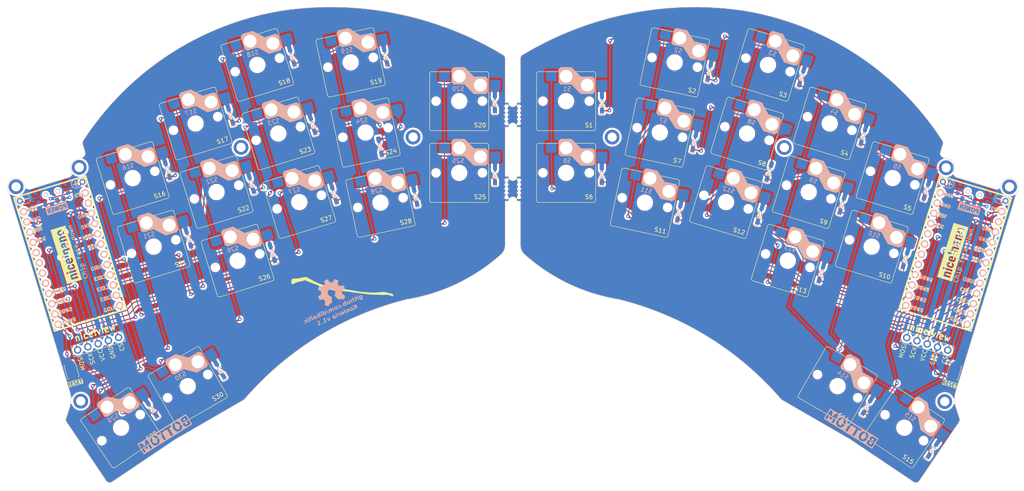
<source format=kicad_pcb>
(kicad_pcb (version 20241229) (generator "pcbnew") (generator_version "9.0")
  (title_block (title "Koeleria") (rev "v1.1"))
  (layers (0 "F.Cu" signal) (2 "B.Cu" signal) (13 "F.Paste" user) (15 "B.Paste" user) (5 "F.SilkS" user "F.Silkscreen") (7 "B.SilkS" user "B.Silkscreen") (1 "F.Mask" user) (3 "B.Mask" user) (25 "Edge.Cuts" user))
  (net 0 "")
  (net 1 "pinky_home")
  (net 2 "pinky_top")
  (net 3 "ring_bottom")
  (net 4 "ring_home")
  (net 5 "ring_top")
  (net 6 "middle_bottom")
  (net 7 "middle_home")
  (net 8 "middle_top")
  (net 9 "index_bottom")
  (net 10 "index_home")
  (net 11 "index_top")
  (net 12 "inner_bottom")
  (net 13 "inner_home")
  (net 14 "inner_thumb")
  (net 15 "space_thumb")
  (net 16 "mirror_pinky_home")
  (net 17 "mirror_pinky_top")
  (net 18 "mirror_ring_bottom")
  (net 19 "mirror_ring_home")
  (net 20 "mirror_ring_top")
  (net 21 "mirror_middle_bottom")
  (net 22 "mirror_middle_home")
  (net 23 "mirror_middle_top")
  (net 24 "mirror_index_bottom")
  (net 25 "mirror_index_home")
  (net 26 "mirror_index_top")
  (net 27 "mirror_inner_bottom")
  (net 28 "mirror_inner_home")
  (net 29 "mirror_inner_thumb")
  (net 30 "mirror_space_thumb")
  (footprint "KiCad Footprints:ducky_Hotswap_Kailh_Choc_V1_tweaked" (layer "F.Cu") (at 135.726586 151.490974 17.01)
    (property "Reference" "S26")
    (property "Value" "")
  )
  (footprint "KiCad Footprints:ducky_Hotswap_Kailh_Choc_V1_tweaked" (layer "F.Cu") (at 145.383056 121.348971 17)
    (property "Reference" "S23")
    (property "Value" "")
  )
  (footprint "" (layer "F.Cu") (at 303.37 184.89)
    (property "Reference" "")
    (property "Value" "")
  )
  (footprint "KiCad Footprints:ducky_Hotswap_Kailh_Choc_V1_tweaked" (layer "F.Cu") (at 140.412737 105.09179 17)
    (property "Reference" "S18")
    (property "Value" "")
  )
  (footprint "kibuzzard-6365884B" (layer "F.Cu") (at 305.29 149.48 73.02)
    (property "Reference" "kibuzzard-6365884B" (hide yes))
    (property "Value" "G***" (hide yes))
  )
  (footprint "KiCad Footprints:ducky_Hotswap_Kailh_Choc_V1_tweaked" (layer "F.Cu") (at 271.132034 135.23466 -17.01)
    (property "Reference" "S9")
    (property "Value" "")
  )
  (footprint "LOGO" (layer "F.Cu") (at 157.532829 158.394071 135)
    (property "Reference" "G***" (hide yes))
    (property "Value" "LOGO" (hide yes))
  )
  (footprint "KiCad Footprints:ducky_Hotswap_Kailh_Choc_V1_tweaked" (layer "F.Cu") (at 213.612412 113.675674)
    (property "Reference" "S1")
    (property "Value" "")
  )
  (footprint "KiCad Footprints:ducky_Hotswap_Kailh_Choc_V1_tweaked" (layer "F.Cu") (at 125.780273 118.978347 17.01)
    (property "Reference" "S17")
    (property "Value" "")
  )
  (footprint "KiCad Footprints:ducky_Hotswap_Kailh_Choc_V1_tweaked" (layer "F.Cu") (at 256.502407 121.348971 -17)
    (property "Reference" "S8")
    (property "Value" "")
  )
  (footprint "KiCad Footprints:ducky_nice_view" (layer "F.Cu") (at 97.858715 155.412748 16.98)
    (property "Reference" "DISP1" (hide yes))
    (property "Value" "" (hide yes))
  )
  (footprint "KiCad Footprints:ducky_Hotswap_Kailh_Choc_V1_tweaked" (layer "F.Cu") (at 166.064019 121.115042 12)
    (property "Reference" "S24")
    (property "Value" "")
  )
  (footprint "KiCad Footprints:ducky_Hotswap_Kailh_Choc_V1_tweaked" (layer "F.Cu") (at 115.836525 148.165782 17.02)
    (property "Reference" "S21")
    (property "Value" "")
  )
  (footprint "kibuzzard-636588C8" (layer "F.Cu") (at 97.922412 149.415674 106.98)
    (property "Reference" "kibuzzard-636588C8" (hide yes))
    (property "Value" "G***" (hide yes))
  )
  (footprint "KiCad Footprints:ducky_Hotswap_Kailh_Choc_V1_tweaked" (layer "F.Cu") (at 293.779517 191.088035 -34.01)
    (property "Reference" "S15")
    (property "Value" "")
  )
  (footprint "KiCad Footprints:ducky_Hotswap_Kailh_Choc_V1_tweaked" (layer "F.Cu") (at 169.598518 137.743551 12)
    (property "Reference" "S28")
    (property "Value" "")
  )
  (footprint "" (layer "F.Cu") (at 318.721957 134.005621)
    (property "Reference" "")
    (property "Value" "")
  )
  (footprint "KiCad Footprints:ducky_Hotswap_Kailh_Choc_V1_tweaked" (layer "F.Cu") (at 110.860531 131.910337 17.02)
    (property "Reference" "S16")
    (property "Value" "")
  )
  (footprint "" (layer "F.Cu") (at 98.19 129.37)
    (property "Reference" "")
    (property "Value" "")
  )
  (footprint "Button_Switch_SMD:SW_SPST_B3U-1000P" (layer "F.Cu") (at 305.56 177.79 73)
    (property "Reference" "RESET")
    (property "Value" "SW_SPST_B3U-1000P" (hide yes))
  )
  (footprint "KiCad Footprints:ducky_Hotswap_Kailh_Choc_V1_tweaked" (layer "F.Cu") (at 213.612412 130.675674)
    (property "Reference" "S6")
    (property "Value" "")
  )
  (footprint "urchin-footprints:mouse-bite-5mm-slot-with-space-for-track" (layer "F.Cu") (at 200.95 116.93)
    (property "Reference" "mouse-bite-2mm-slot" (hide yes))
    (property "Value" "VAL**" (hide yes))
  )
  (footprint "KiCad Footprints:ducky_Hotswap_Kailh_Choc_V1_tweaked" (layer "F.Cu") (at 235.821444 121.115042 -12)
    (property "Reference" "S7")
    (property "Value" "")
  )
  (footprint "" (layer "F.Cu") (at 224.53 122.21)
    (property "Reference" "")
    (property "Value" "")
  )
  (footprint "KiCad Footprints:ducky_1pin_Battery" (layer "F.Cu") (at 84.110057 137.337642 17)
    (property "Reference" "Bat+0" (hide yes))
    (property "Value" "MountingHole_Pad" (hide yes))
  )
  (footprint "" (layer "F.Cu") (at 265.34 124.67)
    (property "Reference" "")
    (property "Value" "")
  )
  (footprint "KiCad Footprints:ducky_Hotswap_Kailh_Choc_V1_tweaked" (layer "F.Cu") (at 251.532088 137.606152 -17)
    (property "Reference" "S12")
    (property "Value" "")
  )
  (footprint "kibuzzard-636588C8" (layer "F.Cu") (at 307.876908 150.308221 73.02)
    (property "Reference" "kibuzzard-636588C8" (hide yes))
    (property "Value" "G***" (hide yes))
  )
  (footprint "" (layer "F.Cu") (at 83.22 133.97)
    (property "Reference" "")
    (property "Value" "")
  )
  (footprint "KiCad Footprints:ducky_Hotswap_Kailh_Choc_V1_tweaked" (layer "F.Cu") (at 261.472726 105.09179 -17)
    (property "Reference" "S3")
    (property "Value" "")
  )
  (footprint "KiCad Footprints:ducky_Hotswap_Kailh_Choc_V1_tweaked" (layer "F.Cu") (at 188.273051 130.675674)
    (property "Reference" "S25")
    (property "Value" "")
  )
  (footprint "KiCad Footprints:ducky_1pin_Battery" (layer "F.Cu") (at 98.954219 132.800256 -163)
    (property "Reference" "Bat+0" (hide yes))
    (property "Value" "MountingHole_Pad" (hide yes))
  )
  (footprint "KiCad Footprints:ducky_Hotswap_Kailh_Choc_V1_tweaked" (layer "F.Cu") (at 123.914977 181.248089 30.01)
    (property "Reference" "S30")
    (property "Value" "")
  )
  (footprint "" (layer "F.Cu") (at 303.71 129.47)
    (property "Reference" "")
    (property "Value" "")
  )
  (footprint "LOGO" (layer "F.Cu") (at 157.450047 158.444568 135)
    (property "Reference" "G***" (hide yes))
    (property "Value" "LOGO" (hide yes))
  )
  (footprint "KiCad Footprints:ducky_Hotswap_Kailh_Choc_V1_tweaked" (layer "F.Cu") (at 162.52952 104.486532 12)
    (property "Reference" "S19")
    (property "Value" "")
  )
  (footprint "KiCad Footprints:ducky_1pin_Battery" (layer "F.Cu") (at 302.94292 132.786307 -17)
    (property "Reference" "Bat+0" (hide yes))
    (property "Value" "MountingHole_Pad" (hide yes))
  )
  (footprint "KiCad Footprints:ducky_Hotswap_Kailh_Choc_V1_tweaked" (layer "F.Cu") (at 188.273051 113.675674)
    (property "Reference" "S20")
    (property "Value" "")
  )
  (footprint "KiCad Footprints:ducky_Hotswap_Kailh_Choc_V1_tweaked" (layer "F.Cu") (at 130.753429 135.23466 17.01)
    (property "Reference" "S22")
    (property "Value" "")
  )
  (footprint "KiCad Footprints:ducky_1pin_Battery" (layer "F.Cu") (at 317.78708 137.313693 163)
    (property "Reference" "Bat+0" (hide yes))
    (property "Value" "MountingHole_Pad" (hide yes))
  )
  (footprint "KiCad Footprints:ducky_Hotswap_Kailh_Choc_V1_tweaked" (layer "F.Cu") (at 108.105946 191.088035 34.01)
    (property "Reference" "S29")
    (property "Value" "")
  )
  (footprint "kibuzzard-6365884B" (layer "F.Cu") (at 95.097138 150.113949 106.98)
    (property "Reference" "kibuzzard-6365884B" (hide yes))
    (property "Value" "G***" (hide yes))
  )
  (footprint "KiCad Footprints:ducky_Hotswap_Kailh_Choc_V1_tweaked" (layer "F.Cu") (at 150.353375 137.606152 17)
    (property "Reference" "S27")
    (property "Value" "")
  )
  (footprint "KiCad Footprints:ducky_Hotswap_Kailh_Choc_V1_tweaked" (layer "F.Cu") (at 276.10519 118.978347 -17.01)
    (property "Reference" "S4")
    (property "Value" "")
  )
  (footprint "KiCad Footprints:ducky_Hotswap_Kailh_Choc_V1_tweaked" (layer "F.Cu") (at 291.024932 131.910337 -17.02)
    (property "Reference" "S5")
    (property "Value" "")
  )
  (footprint "KiCad Footprints:ducky_Hotswap_Kailh_Choc_V1_tweaked" (layer "F.Cu") (at 232.286946 137.743551 -12)
    (property "Reference" "S11")
    (property "Value" "")
  )
  (footprint "Button_Switch_SMD:SW_SPST_B3U-1000P" (layer "F.Cu") (at 96.38 177.65 106)
    (property "Reference" "RESET")
    (property "Value" "SW_SPST_B3U-1000P" (hide yes))
  )
  (footprint "KiCad Footprints:ducky_Hotswap_Kailh_Choc_V1_tweaked" (layer "F.Cu") (at 286.048938 148.165782 -17.02)
    (property "Reference" "S10")
    (property "Value" "")
  )
  (footprint "KiCad Footprints:ducky_Hotswap_Kailh_Choc_V1_tweaked" (layer "F.Cu") (at 277.970487 181.248089 -30.01)
    (property "Reference" "S14")
    (property "Value" "")
  )
  (footprint "KiCad Footprints:ducky_Hotswap_Kailh_Choc_V1_tweaked" (layer "F.Cu") (at 239.355943 104.486532 -12)
    (property "Reference" "S2")
    (property "Value" "")
  )
  (footprint "KiCad Footprints:ducky_nice_view" (layer "F.Cu") (at 304.03104 155.470038 -16.98)
    (property "Reference" "DISP1" (hide yes))
    (property "Value" "" (hide yes))
  )
  (footprint "KiCad Footprints:ducky_Hotswap_Kailh_Choc_V1_tweaked" (layer "F.Cu") (at 266.158877 151.490974 -17.01)
    (property "Reference" "S13")
    (property "Value" "")
  )
  (footprint "" (layer "F.Cu") (at 136.55 124.63)
    (property "Reference" "")
    (property "Value" "")
  )
  (footprint "" (layer "F.Cu") (at 98.55 184.8)
    (property "Reference" "")
    (property "Value" "")
  )
  (footprint "urchin-footprints:mouse-bite-5mm-slot-with-space-for-track" (layer "F.Cu") (at 200.97 134.45)
    (property "Reference" "mouse-bite-2mm-slot" (hide yes))
    (property "Value" "VAL**" (hide yes))
  )
  (footprint "" (layer "F.Cu") (at 177.34 122.19)
    (property "Reference" "")
    (property "Value" "")
  )
  (footprint "KiCad Footprints:ducky_diode" (layer "B.Cu") (at 279.15 138.12 72.99)
    (property "Reference" "D7" (hide yes))
    (property "Value" "" (hide yes))
  )
  (footprint "KiCad Footprints:ducky_diode" (layer "B.Cu") (at 148.655984 102.959342 107)
    (property "Reference" "D17" (hide yes))
    (property "Value" "" (hide yes))
  )
  (footprint "urchin-footprints:smt-slider-switch" (layer "B.Cu") (at 91.707138 135.459382 -162.75)
    (property "Reference" "SW_POWER1" (hide yes))
    (property "Value" "SW_SPDT" (hide yes))
  )
  (footprint "urchin-footprints:smt-slider-switch" (layer "B.Cu") (at 310.25 135.49 163.25)
    (property "Reference" "SW_POWER1" (hide yes))
    (property "Value" "SW_SPDT" (hide yes))
  )
  (footprint "KiCad Footprints:ducky_diode" (layer "B.Cu") (at 139.05 133.14 107.01)
    (property "Reference" "D22" (hide yes))
    (property "Value" "" (hide yes))
  )
  (footprint "KiCad Footprints:ducky_diode" (layer "B.Cu") (at 274.19 154.38 72.99)
    (property "Reference" "D12" (hide yes))
    (property "Value" "" (hide yes))
  )
  (footprint "KiCad Footprints:ducky_diode" (layer "B.Cu") (at 269.54 107.9 73)
    (property "Reference" "D2" (hide yes))
    (property "Value" "" (hide yes))
  )
  (footprint "KiCad Footprints:ducky_diode" (layer "B.Cu") (at 170.87 102.89 102)
    (property "Reference" "D16" (hide yes))
    (property "Value" "" (hide yes))
  )
  (footprint "KiCad Footprints:ducky_diode" (layer "B.Cu") (at 196.8 113.95 90)
    (property "Reference" "D19" (hide yes))
    (property "Value" "" (hide yes))
  )
  (footprint "KiCad Footprints:ducky_diode" (layer "B.Cu") (at 124.135902 146.069297 107.02)
    (property "Reference" "D28" (hide yes))
    (property "Value" "" (hide yes))
  )
  (footprint "KiCad Footprints:duckey diode" (layer "B.Cu") (at 222.19 114.05 90)
    (property "Reference" "D4" (hide yes))
    (property "Value" "" (hide yes))
  )
  (footprint "KiCad Footprints:ducky_diode" (layer "B.Cu") (at 115.43 186.57 124.01)
    (property "Reference" "D30" (hide yes))
    (property "Value" "" (hide yes))
  )
  (footprint "KiCad Footprints:ducky_diode" (layer "B.Cu") (at 119.145902 129.849297 107.02)
    (property "Reference" "D23" (hide yes))
    (property "Value" "" (hide yes))
  )
  (footprint "KiCad Footprints:ducky_diode" (layer "B.Cu") (at 300.66 196.26 55.99)
    (property "Reference" "D15" (hide yes))
    (property "Value" "" (hide yes))
  )
  (footprint "kibuzzard-6365951E" (layer "B.Cu") (at 92.877138 139.133949 -163.02)
    (property "Reference" "kibuzzard-6365951E" (hide yes))
    (property "Value" "G***" (hide yes))
  )
  (footprint "KiCad Footprints:ducky_diode" (layer "B.Cu") (at 177.96 136.2 102)
    (property "Reference" "D25" (hide yes))
    (property "Value" "" (hide yes))
  )
  (footprint "KiCad Footprints:ducky_nice_nano" (layer "B.Cu") (at 305.502412 150.975674 -106.98)
    (property "Reference" "U2" (hide yes))
    (property "Value" "nice_nano" (hide yes))
  )
  (footprint "KiCad Footprints:ducky_diode" (layer "B.Cu") (at 222.15 130.99 90)
    (property "Reference" "D9" (hide yes))
    (property "Value" "" (hide yes))
  )
  (footprint "KiCad Footprints:ducky_diode" (layer "B.Cu") (at 153.56 119.17 107)
    (property "Reference" "D21" (hide yes))
    (property "Value" "" (hide yes))
  )
  (footprint "Symbol:OSHW-Symbol_6.7x6mm_SilkScreen" (layer "B.Cu") (at 157.884089 158.797302 -156)
    (property "Reference" "REF**" (hide yes))
    (property "Value" "OSHW-Symbol_6.7x6mm_SilkScreen" (hide yes))
  )
  (footprint "KiCad Footprints:ducky_nice_nano" (layer "B.Cu") (at 96.394727 150.999623 -73.02)
    (property "Reference" "U2" (hide yes))
    (property "Value" "nice_nano" (hide yes))
  )
  (footprint "KiCad Footprints:ducky_diode" (layer "B.Cu") (at 247.64 106.6 78)
    (property "Reference" "D1" (hide yes))
    (property "Value" "" (hide yes))
  )
  (footprint "KiCad Footprints:ducky_diode" (layer "B.Cu") (at 259.64 140.51 73)
    (property "Reference" "D11" (hide yes))
    (property "Value" "" (hide yes))
  )
  (footprint "KiCad Footprints:ducky_diode" (layer "B.Cu") (at 144.015943 149.53 107.01)
    (property "Reference" "D27" (hide yes))
    (property "Value" "" (hide yes))
  )
  (footprint "KiCad Footprints:ducky_diode" (layer "B.Cu") (at 196.83 131.03 90)
    (property "Reference" "D24" (hide yes))
    (property "Value" "" (hide yes))
  )
  (footprint "KiCad Footprints:ducky_diode" (layer "B.Cu") (at 158.67 135.6 107)
    (property "Reference" "D26" (hide yes))
    (property "Value" "" (hide yes))
  )
  (footprint "kibuzzard-6365951E" (layer "B.Cu") (at 309.13 139.19 163.02)
    (property "Reference" "kibuzzard-6365951E" (hide yes))
    (property "Value" "G***" (hide yes))
  )
  (footprint "KiCad Footprints:ducky_diode" (layer "B.Cu") (at 294.13 151.06 72.98)
    (property "Reference" "D13" (hide yes))
    (property "Value" "" (hide yes))
  )
  (footprint "KiCad Footprints:ducky_diode" (layer "B.Cu") (at 244.1 123.28 78)
    (property "Reference" "D5" (hide yes))
    (property "Value" "" (hide yes))
  )
  (footprint "KiCad Footprints:ducky_diode" (layer "B.Cu") (at 261.85 130.33 73)
    (property "Reference" "D6" (hide yes))
    (property "Value" "" (hide yes))
  )
  (footprint "KiCad Footprints:duckey diode" (layer "B.Cu") (at 134.12 116.97 107.01)
    (property "Reference" "D18" (hide yes))
    (property "Value" "" (hide yes))
  )
  (footprint "KiCad Footprints:ducky_diode" (layer "B.Cu") (at 299.13 134.77 72.98)
    (property "Reference" "D8" (hide yes))
    (property "Value" "" (hide yes))
  )
  (footprint "KiCad Footprints:ducky_diode" (layer "B.Cu") (at 284.15 121.82 72.99)
    (property "Reference" "D3" (hide yes))
    (property "Value" "" (hide yes))
  )
  (footprint "KiCad Footprints:ducky_diode" (layer "B.Cu") (at 240.47 139.93 78)
    (property "Reference" "D10" (hide yes))
    (property "Value" "" (hide yes))
  )
  (footprint "KiCad Footprints:ducky_diode" (layer "B.Cu") (at 131.54 177.26 120.01)
    (property "Reference" "D29" (hide yes))
    (property "Value" "" (hide yes))
  )
  (footprint "KiCad Footprints:ducky_diode" (layer "B.Cu") (at 285.09 185.95 59.99)
    (property "Reference" "D14" (hide yes))
    (property "Value" "" (hide yes))
  )
  (footprint "KiCad Footprints:ducky_diode" (layer "B.Cu") (at 169.53802 124.351914 102)
    (property "Reference" "D20" (hide yes))
    (property "Value" "" (hide yes))
  )
  (gr_arc (start 265.064697 184.684986) (mid 264.568074 184.325866) (end 264.154812 183.873302) (stroke (width 0.1)) (layer "Edge.Cuts"))
  (gr_line (start 199.970209 137.366695) (end 199.161129 137.366695) (stroke (width 0.1)) (layer "Edge.Cuts"))
  (gr_line (start 320.662636 134.469583) (end 306.005147 182.471987) (stroke (width 0.1)) (layer "Edge.Cuts"))
  (gr_arc (start 203.265263 102.710556) (mid 228.707419 92.872254) (end 255.978445 92.250398) (stroke (width 0.1)) (layer "Edge.Cuts"))
  (gr_line (start 95.197088 189.762256) (end 104.585044 203.675233) (stroke (width 0.1)) (layer "Edge.Cuts"))
  (gr_arc (start 226.088148 160.684085) (mid 214.17295 156.954363) (end 203.781131 150.033896) (stroke (width 0.1)) (layer "Edge.Cuts"))
  (gr_arc (start 96.288057 129.925877) (mid 96.436322 128.404089) (end 97.616723 127.432247) (stroke (width 0.1)) (layer "Edge.Cuts"))
  (gr_arc (start 304.325216 127.432247) (mid 305.505575 128.404094) (end 305.653881 129.925877) (stroke (width 0.1)) (layer "Edge.Cuts"))
  (gr_line (start 202.780809 103.567848) (end 202.780809 113.998695) (stroke (width 0.1)) (layer "Edge.Cuts"))
  (gr_line (start 306.74485 189.762256) (end 297.356895 203.675233) (stroke (width 0.1)) (layer "Edge.Cuts"))
  (gr_line (start 316.824806 133.350627) (end 316.659305 133.892631) (stroke (width 0.1)) (layer "Edge.Cuts"))
  (gr_arc (start 145.963493 92.250398) (mid 173.234519 92.872252) (end 198.676675 102.710556) (stroke (width 0.1)) (layer "Edge.Cuts"))
  (gr_arc (start 95.936791 182.471987) (mid 96.213504 184.362865) (end 95.91511 186.250443) (stroke (width 0.1)) (layer "Edge.Cuts"))
  (gr_arc (start 306.026829 186.250443) (mid 305.728438 184.362866) (end 306.005147 182.471987) (stroke (width 0.1)) (layer "Edge.Cuts"))
  (gr_arc (start 199.161129 147.797543) (mid 198.899656 149.022486) (end 198.160807 150.033896) (stroke (width 0.1)) (layer "Edge.Cuts"))
  (gr_arc (start 203.781131 150.033896) (mid 203.042285 149.022484) (end 202.780809 147.797543) (stroke (width 0.1)) (layer "Edge.Cuts"))
  (gr_line (start 281.015344 193.89781) (end 265.064697 184.684986) (stroke (width 0.1)) (layer "Edge.Cuts"))
  (gr_line (start 199.161129 119.840695) (end 199.161129 131.524695) (stroke (width 0.1)) (layer "Edge.Cuts"))
  (gr_arc (start 99.586184 125.783138) (mid 99.512853 126.545406) (end 98.922081 127.032661) (stroke (width 0.1)) (layer "Edge.Cuts"))
  (gr_arc (start 297.356895 203.675233) (mid 296.718103 204.09788) (end 295.967562 203.94504) (stroke (width 0.1)) (layer "Edge.Cuts"))
  (gr_line (start 199.161129 137.366695) (end 199.161129 147.797543) (stroke (width 0.1)) (layer "Edge.Cuts"))
  (gr_line (start 99.586184 125.783138) (end 99.005685 123.884409) (stroke (width 0.1)) (layer "Edge.Cuts"))
  (gr_arc (start 198.676675 102.710556) (mid 199.031649 103.075491) (end 199.161129 103.567848) (stroke (width 0.1)) (layer "Edge.Cuts"))
  (gr_line (start 199.161129 103.567848) (end 199.161129 113.998695) (stroke (width 0.1)) (layer "Edge.Cuts"))
  (gr_arc (start 199.970209 119.840695) (mid 200.970969 118.839935) (end 201.971729 119.840695) (stroke (width 0.1)) (layer "Edge.Cuts"))
  (gr_line (start 97.616723 127.432247) (end 98.922081 127.032661) (stroke (width 0.1)) (layer "Edge.Cuts"))
  (gr_arc (start 96.457116 130.481601) (mid 96.382889 131.243462) (end 95.791939 131.73) (stroke (width 0.1)) (layer "Edge.Cuts"))
  (gr_arc (start 255.978445 92.250398) (mid 282.637871 102.722901) (end 302.819306 123.047959) (stroke (width 0.1)) (layer "Edge.Cuts"))
  (gr_line (start 199.970281 113.998695) (end 199.161129 113.998695) (stroke (width 0.1)) (layer "Edge.Cuts"))
  (gr_arc (start 105.974376 203.94504) (mid 105.223831 204.097877) (end 104.585044 203.675233) (stroke (width 0.1)) (layer "Edge.Cuts"))
  (gr_line (start 304.325216 127.432247) (end 303.019858 127.032661) (stroke (width 0.1)) (layer "Edge.Cuts"))
  (gr_line (start 95.791939 131.73) (end 86.532026 134.557504) (stroke (width 0.1)) (layer "Edge.Cuts"))
  (gr_arc (start 306.868997 188.899268) (mid 306.905823 189.344984) (end 306.74485 189.762256) (stroke (width 0.1)) (layer "Edge.Cuts"))
  (gr_line (start 202.780809 119.840695) (end 202.780809 131.524695) (stroke (width 0.1)) (layer "Edge.Cuts"))
  (gr_line (start 306.15 131.73) (end 315.409912 134.557504) (stroke (width 0.1)) (layer "Edge.Cuts"))
  (gr_line (start 199.970209 131.524695) (end 199.161129 131.524695) (stroke (width 0.1)) (layer "Edge.Cuts"))
  (gr_arc (start 303.019858 127.032661) (mid 302.429103 126.545403) (end 302.355754 125.783138) (stroke (width 0.1)) (layer "Edge.Cuts"))
  (gr_arc (start 99.005685 123.884409) (mid 98.971596 123.453243) (end 99.122632 123.047959) (stroke (width 0.1)) (layer "Edge.Cuts"))
  (gr_line (start 295.967562 203.94504) (end 281.015344 193.89781) (stroke (width 0.1)) (layer "Edge.Cuts"))
  (gr_arc (start 99.122632 123.047959) (mid 119.304069 102.722903) (end 145.963493 92.250398) (stroke (width 0.1)) (layer "Edge.Cuts"))
  (gr_line (start 199.970209 119.840695) (end 199.161129 119.840695) (stroke (width 0.1)) (layer "Edge.Cuts"))
  (gr_line (start 302.355754 125.783138) (end 302.936254 123.884409) (stroke (width 0.1)) (layer "Edge.Cuts"))
  (gr_arc (start 137.787127 183.873302) (mid 155.040089 169.356095) (end 175.853791 160.684085) (stroke (width 0.1)) (layer "Edge.Cuts"))
  (gr_line (start 306.868997 188.899268) (end 306.026829 186.250443) (stroke (width 0.1)) (layer "Edge.Cuts"))
  (gr_arc (start 302.819306 123.047959) (mid 302.970351 123.453244) (end 302.936254 123.884409) (stroke (width 0.1)) (layer "Edge.Cuts"))
  (gr_line (start 81.309511 134.568512) (end 95.936791 182.471987) (stroke (width 0.1)) (layer "Edge.Cuts"))
  (gr_arc (start 81.309511 134.568512) (mid 82.598324 132.031497) (end 85.118075 133.353713) (stroke (width 0.1)) (layer "Edge.Cuts"))
  (gr_line (start 202.780809 137.366695) (end 201.971729 137.366695) (stroke (width 0.1)) (layer "Edge.Cuts"))
  (gr_line (start 85.117133 133.350627) (end 85.282633 133.892631) (stroke (width 0.1)) (layer "Edge.Cuts"))
  (gr_arc (start 95.197088 189.762256) (mid 95.036095 189.344992) (end 95.072941 188.899268) (stroke (width 0.1)) (layer "Edge.Cuts"))
  (gr_arc (start 198.160807 150.033896) (mid 187.768988 156.954363) (end 175.853791 160.684085) (stroke (width 0.1)) (layer "Edge.Cuts"))
  (gr_line (start 96.288057 129.925877) (end 96.457116 130.481601) (stroke (width 0.1)) (layer "Edge.Cuts"))
  (gr_arc (start 199.970209 137.366695) (mid 200.970969 136.365935) (end 201.971729 137.366695) (stroke (width 0.1)) (layer "Edge.Cuts"))
  (gr_arc (start 137.787127 183.873302) (mid 137.373856 184.325858) (end 136.877241 184.684986) (stroke (width 0.1)) (layer "Edge.Cuts"))
  (gr_line (start 202.780809 119.840695) (end 201.971729 119.840695) (stroke (width 0.1)) (layer "Edge.Cuts"))
  (gr_arc (start 86.532026 134.557504) (mid 85.76963 134.483825) (end 85.282633 133.892631) (stroke (width 0.1)) (layer "Edge.Cuts"))
  (gr_line (start 95.072941 188.899268) (end 95.91511 186.250443) (stroke (width 0.1)) (layer "Edge.Cuts"))
  (gr_line (start 202.780809 131.524695) (end 201.971729 131.524695) (stroke (width 0.1)) (layer "Edge.Cuts"))
  (gr_arc (start 201.971729 131.524695) (mid 200.970969 132.525455) (end 199.970209 131.524695) (stroke (width 0.1)) (layer "Edge.Cuts"))
  (gr_arc (start 316.659305 133.892631) (mid 316.172304 134.483792) (end 315.409912 134.557504) (stroke (width 0.1)) (layer "Edge.Cuts"))
  (gr_arc (start 306.15 131.73) (mid 305.559063 131.243455) (end 305.484823 130.481601) (stroke (width 0.1)) (layer "Edge.Cuts"))
  (gr_line (start 202.780809 113.998695) (end 201.971729 113.998695) (stroke (width 0.1)) (layer "Edge.Cuts"))
  (gr_arc (start 316.823863 133.353713) (mid 319.343655 132.031464) (end 320.662636 134.469583) (stroke (width 0.1)) (layer "Edge.Cuts"))
  (gr_arc (start 202.780809 103.567848) (mid 202.910296 103.07549) (end 203.265263 102.710556) (stroke (width 0.1)) (layer "Edge.Cuts"))
  (gr_arc (start 201.971729 113.998695) (mid 200.970969 114.999455) (end 199.970281 113.998695) (stroke (width 0.1)) (layer "Edge.Cuts"))
  (gr_line (start 202.780809 137.366695) (end 202.780809 147.797543) (stroke (width 0.1)) (layer "Edge.Cuts"))
  (gr_line (start 105.974376 203.94504) (end 120.926594 193.89781) (stroke (width 0.1)) (layer "Edge.Cuts"))
  (gr_line (start 120.926594 193.89781) (end 136.877241 184.684986) (stroke (width 0.1)) (layer "Edge.Cuts"))
  (gr_line (start 305.653881 129.925877) (end 305.484823 130.481601) (stroke (width 0.1)) (layer "Edge.Cuts"))
  (gr_arc (start 226.088148 160.684085) (mid 246.90185 169.356096) (end 264.154812 183.873302) (stroke (width 0.1)) (layer "Edge.Cuts"))
  (gr_text "nice!view" (at 101.917138 168.523949 16.98) (layer "F.SilkS") (effects (font (size 1.5 1.5) (thickness 0.3))))
  (gr_text "ROW3" (at 294.9 162.86 343.019) (layer "F.SilkS") (effects (font (size 0.8 0.8) (thickness 0.15) (bold yes)) (justify left bottom)))
  (gr_text "COL4" (at 104.037138 163.833949 16.981) (layer "F.SilkS") (effects (font (size 0.8 0.8) (thickness 0.15) (bold yes)) (justify left bottom)))
  (gr_text "COL2" (at 102.447138 158.983949 16.981) (layer "F.SilkS") (effects (font (size 0.8 0.8) (thickness 0.15) (bold yes)) (justify left bottom)))
  (gr_text "ROW3" (at 94.277138 166.753949 16.981) (layer "F.SilkS") (effects (font (size 0.8 0.8) (thickness 0.15) (bold yes)) (justify left bottom)))
  (gr_text "nice!view" (at 299.93 168.56 343.02) (layer "F.SilkS") (effects (font (size 1.5 1.5) (thickness 0.3))))
  (gr_text "COL2" (at 305.966129 160.991193 343.02) (layer "F.SilkS") (effects (font (size 0.8 0.8) (thickness 0.15) (bold yes)) (justify left bottom)))
  (gr_text "COL4" (at 304.416129 165.511193 343.019) (layer "F.SilkS") (effects (font (size 0.8 0.8) (thickness 0.15) (bold yes)) (justify left bottom)))
  (gr_text "BOTTOM" (at 125.06 190.34 32) (layer "B.SilkS" knockout) (effects (font (size 2.25 2) (thickness 0.3) (bold yes)) (justify left bottom mirror)))
  (gr_text "COL2" (at 309.016129 161.921193 343.019) (layer "B.SilkS") (effects (font (size 0.8 0.8) (thickness 0.15) (bold yes)) (justify left bottom mirror)))
  (gr_text "Koeleria v1.1" (at 164.36 162.85 24) (layer "B.SilkS") (effects (font (size 1 1) (thickness 0.25) (bold yes)) (justify left bottom mirror)))
  (gr_text "github.com/dibaltic" (at 165.63 160.4 24) (layer "B.SilkS") (effects (font (size 1 1) (thickness 0.25) (bold yes)) (justify left bottom mirror)))
  (gr_text "COL2" (at 105.467138 158.023949 16.981) (layer "B.SilkS") (effects (font (size 0.8 0.8) (thickness 0.15) (bold yes)) (justify left bottom mirror)))
  (gr_text "ROW3" (at 298.26 163.9 343.02) (layer "B.SilkS") (effects (font (size 0.8 0.8) (thickness 0.15) (bold yes)) (justify left bottom mirror)))
  (gr_text "COL4" (at 307.486129 166.441193 343.02) (layer "B.SilkS") (effects (font (size 0.8 0.8) (thickness 0.15) (bold yes)) (justify left bottom mirror)))
  (gr_text "COL4" (at 107.067138 162.933949 16.981) (layer "B.SilkS") (effects (font (size 0.8 0.8) (thickness 0.15) (bold yes)) (justify left bottom mirror)))
  (gr_text "ROW3" (at 97.567138 165.793949 16.981) (layer "B.SilkS") (effects (font (size 0.8 0.8) (thickness 0.15) (bold yes)) (justify left bottom mirror)))
  (gr_text "BOTTOM" (at 286.11 196.2 328) (layer "B.SilkS" knockout) (effects (font (size 2.25 2) (thickness 0.3) (bold yes)) (justify left bottom mirror)))
  (segment (start 271.39 158.279241) (end 292.55 164.89) (width 0.25) (layer "F.Cu") (net 0))
  (segment (start 238.62 146.94) (end 267.060768 155.409232) (width 0.25) (layer "F.Cu") (net 0))
  (segment (start 194.69 112.14) (end 191.69 112.11) (width 0.25) (layer "F.Cu") (net 0))
  (segment (start 302.94292 132.786307) (end 304.16 134.83) (width 0.25) (layer "F.Cu") (net 0))
  (segment (start 291.25 161.49) (end 294.876599 159.682077) (width 0.25) (layer "F.Cu") (net 0))
  (segment (start 87.97 142.7) (end 98.41 139.48) (width 0.5) (layer "F.Cu") (net 0))
  (segment (start 175.65 109.58) (end 171.191671 104.764074) (width 0.25) (layer "F.Cu") (net 0))
  (segment (start 145.96 101.74) (end 146.07 101.71) (width 0.25) (layer "F.Cu") (net 0))
  (segment (start 293.18 165.89) (end 299.71 167.92) (width 0.25) (layer "F.Cu") (net 0))
  (segment (start 247.171607 108.442887) (end 249.08 108.82062) (width 0.25) (layer "F.Cu") (net 0))
  (segment (start 98.954219 132.800256) (end 97.58 134.91) (width 0.25) (layer "F.Cu") (net 0))
  (segment (start 301.65 145.83) (end 313.902895 149.557093) (width 0.25) (layer "F.Cu") (net 0))
  (segment (start 282.62 119.37) (end 283.522458 123.614942) (width 0.25) (layer "F.Cu") (net 0))
  (segment (start 149.74 149.657568) (end 150.27 149.5) (width 0.25) (layer "F.Cu") (net 0))
  (segment (start 141.41 134.33) (end 141.6 134.25) (width 0.25) (layer "F.Cu") (net 0))
  (segment (start 169.97 133.81) (end 162.22 135.43) (width 0.25) (layer "F.Cu") (net 0))
  (segment (start 110.02 164.23) (end 97.75 167.88) (width 0.25) (layer "F.Cu") (net 0))
  (segment (start 109.46 163.25) (end 96.84 167.09) (width 0.25) (layer "F.Cu") (net 0))
  (segment (start 111.75 162.24) (end 110.02 164.23) (width 0.25) (layer "F.Cu") (net 0))
  (segment (start 299.89 193.3) (end 299.535088 197.793036) (width 0.25) (layer "F.Cu") (net 0))
  (segment (start 85.027138 139.863949) (end 95.91 136.47) (width 0.25) (layer "F.Cu") (net 0))
  (segment (start 313.73 140.28) (end 316.87 139.84) (width 0.25) (layer "F.Cu") (net 0))
  (segment (start 137.488295 119.8) (end 145.37 117.32) (width 0.25) (layer "F.Cu") (net 0))
  (segment (start 119.630327 131.688035) (end 102.94 136.7) (width 0.25) (layer "F.Cu") (net 0))
  (segment (start 124.59 159.5) (end 168.24 146.33) (width 0.25) (layer "F.Cu") (net 0))
  (segment (start 133.55 132.81) (end 136.3 131.93) (width 0.25) (layer "F.Cu") (net 0))
  (segment (start 143.15 102.57) (end 145.96 101.74) (width 0.25) (layer "F.Cu") (net 0))
  (segment (start 95.911416 176.015856) (end 95.26 173.63) (width 0.25) (layer "F.Cu") (net 0))
  (segment (start 297.32 146.06) (end 295.11 153.43) (width 0.25) (layer "F.Cu") (net 0))
  (segment (start 288.05 186.41) (end 292.07 180.54) (width 0.25) (layer "F.Cu") (net 0))
  (segment (start 116.430571 188.186936) (end 112.37 186.23) (width 0.25) (layer "F.Cu") (net 0))
  (segment (start 298.75 165.4) (end 311.677567 156.844912) (width 0.25) (layer "F.Cu") (net 0))
  (segment (start 288.03 190.27) (end 294.76 187.22) (width 0.25) (layer "F.Cu") (net 0))
  (segment (start 268.255093 154.594907) (end 271.45 157.18) (width 0.25) (layer "F.Cu") (net 0))
  (segment (start 306.05703 176.164284) (end 291.59 171.77) (width 0.25) (layer "F.Cu") (net 0))
  (segment (start 95.55 160.51) (end 91.703124 161.727408) (width 0.25) (layer "F.Cu") (net 0))
  (segment (start 144.500048 151.368823) (end 111.09 161.42) (width 0.25) (layer "F.Cu") (net 0))
  (segment (start 280.267255 167.22) (end 285.84 165.747708) (width 0.25) (layer "F.Cu") (net 0))
  (segment (start 175.56 134.9) (end 172.7 135.54) (width 0.25) (layer "F.Cu") (net 0))
  (segment (start 273.41 131.96) (end 274.88 134.78) (width 0.25) (layer "F.Cu") (net 0))
  (segment (start 268.42 148.14) (end 269.87 150.98) (width 0.25) (layer "F.Cu") (net 0))
  (segment (start 95.93 169.37) (end 93.186677 166.585954) (width 0.25) (layer "F.Cu") (net 0))
  (segment (start 272.53 151.78) (end 273.562458 156.174942) (width 0.25) (layer "F.Cu") (net 0))
  (segment (start 194.6 129.08) (end 196.755 132.93) (width 0.25) (layer "F.Cu") (net 0))
  (segment (start 228.26 140.97) (end 238.62 146.94) (width 0.25) (layer "F.Cu") (net 0))
  (segment (start 128.14 132.17) (end 130.89 131.33) (width 0.25) (layer "F.Cu") (net 0))
  (segment (start 296.92 188.61) (end 297.58 191.68) (width 0.25) (layer "F.Cu") (net 0))
  (segment (start 127.615415 157.53) (end 111.75 162.24) (width 0.25) (layer "F.Cu") (net 0))
  (segment (start 261.35 156.61) (end 269.18 158.928755) (width 0.25) (layer "F.Cu") (net 0))
  (segment (start 125.95 178.28) (end 128.61 176.68) (width 0.25) (layer "F.Cu") (net 0))
  (segment (start 117.431301 117.83) (end 125.84 115.08) (width 0.25) (layer "F.Cu") (net 0))
  (segment (start 237.71 117.63) (end 239.29 120.26) (width 0.25) (layer "F.Cu") (net 0))
  (segment (start 292.55 164.89) (end 293.29 164.81) (width 0.25) (layer "F.Cu") (net 0))
  (segment (start 241.48 142.04) (end 251.41 133.75) (width 0.25) (layer "F.Cu") (net 0))
  (segment (start 297.37 132.23) (end 298.502144 136.564832) (width 0.25) (layer "F.Cu") (net 0))
  (segment (start 255.16 137.08) (end 258.04 138.01) (width 0.25) (layer "F.Cu") (net 0))
  (segment (start 260.16 120.8) (end 259.59 129.19) (width 0.25) (layer "F.Cu") (net 0))
  (segment (start 259.012771 142.305051) (end 265.92 147.42) (width 0.25) (layer "F.Cu") (net 0))
  (segment (start 96.848584 179.284144) (end 103.17 177.47) (width 0.25) (layer "F.Cu") (net 0))
  (segment (start 136.3 131.93) (end 136.46 131.88) (width 0.25) (layer "F.Cu") (net 0))
  (segment (start 293.81 156.18) (end 295.618375 157.252802) (width 0.25) (layer "F.Cu") (net 0))
  (segment (start 125.84 115.08) (end 128.48 116.47) (width 0.25) (layer "F.Cu") (net 0))
  (segment (start 262.78 132.56) (end 271.08 131.2) (width 0.25) (layer "F.Cu") (net 0))
  (segment (start 279.91 118.48) (end 282.62 119.37) (width 0.25) (layer "F.Cu") (net 0))
  (segment (start 263.64 101.72) (end 265.2 104.54) (width 0.25) (layer "F.Cu") (net 0))
  (segment (start 117.85 180.59) (end 122.97 177.39) (width 0.25) (layer "F.Cu") (net 0))
  (segment (start 172.7 135.54) (end 169.97 133.81) (width 0.25) (layer "F.Cu") (net 0))
  (segment (start 159.153783 137.438907) (end 156.06 134.24) (width 0.25) (layer "F.Cu") (net 0))
  (segment (start 112.86 164.37) (end 184.85 142.58) (width 0.25) (layer "F.Cu") (net 0))
  (segment (start 284.074767 187.557771) (end 287.5 189.89) (width 0.25) (layer "F.Cu") (net 0))
  (segment (start 258.75 118.07) (end 260.16 120.8) (width 0.25) (layer "F.Cu") (net 0))
  (segment (start 251.41 133.75) (end 253.75 134.39) (width 0.25) (layer "F.Cu") (net 0))
  (segment (start 302.294361 135.389343) (end 313.32 138.68) (width 0.25) (layer "F.Cu") (net 0))
  (segment (start 240.001607 141.772887) (end 241.48 142.04) (width 0.25) (layer "F.Cu") (net 0))
  (segment (start 153.29 135.11) (end 150.590679 133.709321) (width 0.25) (layer "F.Cu") (net 0))
  (segment (start 139.534105 134.978823) (end 141.41 134.33) (width 0.25) (layer "F.Cu") (net 0))
  (segment (start 241.566034 101.463966) (end 243.13 103.76) (width 0.25) (layer "F.Cu") (net 0))
  (segment (start 148.22 118.81) (end 150.95 117.96) (width 0.25) (layer "F.Cu") (net 0))
  (segment (start 128.48 116.47) (end 131.71 115.55) (width 0.25) (layer "F.Cu") (net 0))
  (segment (start 141.6 134.25) (end 141.87 134.17) (width 0.25) (layer "F.Cu") (net 0))
  (segment (start 289.84 147.67) (end 292.56 148.54) (width 0.25) (layer "F.Cu") (net 0))
  (segment (start 292.54 166.15) (end 293.18 165.89) (width 0.25) (layer "F.Cu") (net 0))
  (segment (start 290.9 127.96) (end 293.29 128.66) (width 0.25) (layer "F.Cu") (net 0))
  (segment (start 261.222771 132.125051) (end 262.78 132.56) (width 0.25) (layer "F.Cu") (net 0))
  (segment (start 299.77 169.48) (end 309.452239 164.132732) (width 0.25) (layer "F.Cu") (net 0))
  (segment (start 239.29 120.26) (end 242.32 120.94) (width 0.25) (layer "F.Cu") (net 0))
  (segment (start 135.71 148.11) (end 143.39 135.46) (width 0.25) (layer "F.Cu") (net 0))
  (segment (start 278.522458 139.914942) (end 281.06 140.72) (width 0.25) (layer "F.Cu") (net 0))
  (segment (start 162.22 135.43) (end 159.153783 137.438907) (width 0.25) (layer "F.Cu") (net 0))
  (segment (start 268.12 105.39) (end 268.912771 109.695051) (width 0.25) (layer "F.Cu") (net 0))
  (segment (start 281.06 140.72) (end 285.8 144.09) (width 0.25) (layer "F.Cu") (net 0))
  (segment (start 149.139767 104.798249) (end 155.15 103.17) (width 0.25) (layer "F.Cu") (net 0))
  (segment (start 299.37 166.68) (end 310.935791 159.274185) (width 0.25) (layer "F.Cu") (net 0))
  (segment (start 293.29 164.81) (end 299.37 166.68) (width 0.25) (layer "F.Cu") (net 0))
  (segment (start 235.42 117.23) (end 237.71 117.63) (width 0.25) (layer "F.Cu") (net 0))
  (segment (start 132.1 103.67) (end 140.44 101.12) (width 0.25) (layer "F.Cu") (net 0))
  (segment (start 223.39 132.9) (end 235.42 117.23) (width 0.25) (layer "F.Cu") (net 0))
  (segment (start 103.21 182.2) (end 112.786725 177.126725) (width 0.25) (layer "F.Cu") (net 0))
  (segment (start 271.45 157.18) (end 297.53 165.04) (width 0.25) (layer "F.Cu") (net 0))
  (segment (start 256.43 117.371205) (end 247.88 115.06) (width 0.25) (layer "F.Cu") (net 0))
  (segment (start 156.49 120.4) (end 167.31 117.81) (width 0.25) (layer "F.Cu") (net 0))
  (segment (start 299.71 167.92) (end 310.194015 161.703458) (width 0.25) (layer "F.Cu") (net 0))
  (segment (start 265.92 147.42) (end 268.42 148.14) (width 0.25) (layer "F.Cu") (net 0))
  (segment (start 196.725 115.85) (end 194.69 112.14) (width 0.25) (layer "F.Cu") (net 0))
  (segment (start 274.88 134.78) (end 277.61 135.57) (width 0.25) (layer "F.Cu") (net 0))
  (segment (start 104.795211 152.418204) (end 108.85 151.13) (width 0.25) (layer "F.Cu") (net 0))
  (segment (start 245.9 104.33) (end 247.171607 108.442887) (width 0.25) (layer "F.Cu") (net 0))
  (segment (start 155.15 103.17) (end 160.39 100.93) (width 0.25) (layer "F.Cu") (net 0))
  (segment (start 145.63 135.46) (end 150.590679 133.709321) (width 0.25) (layer "F.Cu") (net 0))
  (segment (start 288.3 144.89) (end 289.84 147.67) (width 0.25) (layer "F.Cu") (net 0))
  (segment (start 112.37 186.23) (end 110.09 187.89) (width 0.25) (layer "F.Cu") (net 0))
  (segment (start 251.23 98.27) (end 261.4 101.12) (width 0.25) (layer "F.Cu") (net 0))
  (segment (start 97.18 157.47) (end 90.961348 159.298134) (width 0.25) (layer "F.Cu") (net 0))
  (segment (start 313.61 142.88) (end 315.386449 144.698546) (width 0.5) (layer "F.Cu") (net 0))
  (segment (start 98.41 139.48) (end 101.08633 140.271838) (width 0.5) (layer "F.Cu") (net 0))
  (segment (start 293.502144 152.854832) (end 293.81 156.18) (width 0.25) (layer "F.Cu") (net 0))
  (segment (start 292.74 167.88) (end 293.45 167.55) (width 0.25) (layer "F.Cu") (net 0))
  (segment (start 278.31 115.66) (end 279.91 118.48) (width 0.25) (layer "F.Cu") (net 0))
  (segment (start 151.12 117.91) (end 154.043783 121.008907) (width 0.25) (layer "F.Cu") (net 0))
  (segment (start 294.76 187.22) (end 296.92 188.61) (width 0.25) (layer "F.Cu") (net 0))
  (segment (start 294.65 131.31) (end 297.37 132.23) (width 0.25) (layer "F.Cu") (net 0))
  (segment (start 94.781848 144.78) (end 87.252467 147.151769) (width 0.25) (layer "F.Cu") (net 0))
  (segment (start 136.28 165.38) (end 117.42 175.26) (width 0.25) (layer "F.Cu") (net 0))
  (segment (start 222.115 115.95) (end 224.03 115.91) (width 0.25) (layer "F.Cu") (net 0))
  (segment (start 140.44 101.12) (end 143.15 102.57) (width 0.25) (layer "F.Cu") (net 0))
  (segment (start 293.45 167.55) (end 299.77 169.48) (width 0.25) (layer "F.Cu") (net 0))
  (segment (start 261.4 101.12) (end 263.64 101.72) (width 0.25) (layer "F.Cu") (net 0))
  (segment (start 253.75 134.39) (end 255.16 137.08) (width 0.25) (layer "F.Cu") (net 0))
  (segment (start 85.768915 142.293222) (end 87.97 142.7) (width 0.5) (layer "F.Cu") (net 0))
  (segment (start 222.075 132.89) (end 223.39 132.9) (width 0.25) (layer "F.Cu") (net 0))
  (segment (start 293.29 128.66) (end 294.65 131.31) (width 0.25) (layer "F.Cu") (net 0))
  (segment (start 131.71 115.55) (end 134.604105 118.808823) (width 0.25) (layer "F.Cu") (net 0))
  (segment (start 146.07 101.71) (end 149.139767 104.798249) (width 0.25) (layer "F.Cu") (net 0))
  (segment (start 144.500048 151.368823) (end 149.74 149.657568) (width 0.25) (layer "F.Cu") (net 0))
  (segment (start 165.44 102.16) (end 168.33 101.56) (width 0.25) (layer "F.Cu") (net 0))
  (segment (start 127.02 147.18) (end 128.14 132.17) (width 0.25) (layer "F.Cu") (net 0))
  (segment (start 296.04 144.62) (end 297.32 146.06) (width 0.25) (layer "F.Cu") (net 0))
  (segment (start 134.604105 118.808823) (end 136.12 118.36) (width 0.25) (layer "F.Cu") (net 0))
  (segment (start 162.91 100.48) (end 165.44 102.16) (width 0.25) (layer "F.Cu") (net 0))
  (segment (start 97.58 134.91) (end 91.36 136.79) (width 0.25) (layer "F.Cu") (net 0))
  (segment (start 156.06 134.24) (end 153.29 135.11) (width 0.25) (layer "F.Cu") (net 0))
  (segment (start 295.11 153.43) (end 296.360152 154.823528) (width 0.25) (layer "F.Cu") (net 0))
  (segment (start 268.99 158.870021) (end 292.54 166.15) (width 0.25) (layer "F.Cu") (net 0))
  (segment (start 280.267255 167.22) (end 278.565456 172.4) (width 0.25) (layer "F.Cu") (net 0))
  (segment (start 285.8 144.09) (end 288.3 144.89) (width 0.25) (layer "F.Cu") (net 0))
  (segment (start 191.63 129.06) (end 194.6 129.08) (width 0.25) (layer "F.Cu") (net 0))
  (segment (start 168.33 101.56) (end 171.191671 104.764074) (width 0.25) (layer "F.Cu") (net 0))
  (segment (start 169.859691 126.225988) (end 189.47 126.84) (width 0.25) (layer "F.Cu") (net 0))
  (segment (start 103.17 177.47) (end 105.100772 170.432555) (width 0.25) (layer "F.Cu") (net 0))
  (segment (start 124.620327 147.908035) (end 127.02 147.18) (width 0.25) (layer "F.Cu") (net 0))
  (segment (start 243.13 103.76) (end 245.9 104.33) (width 0.25) (layer "F.Cu") (net 0))
  (segment (start 219.74 134.48) (end 226.93 139.06) (width 0.25) (layer "F.Cu") (net 0))
  (segment (start 284.074767 187.557771) (end 288.05 186.41) (width 0.25) (layer "F.Cu") (net 0))
  (segment (start 298.502144 136.564832) (end 296.04 144.62) (width 0.25) (layer "F.Cu") (net 0))
  (segment (start 167.31 117.81) (end 169.46 119.23) (width 0.25) (layer "F.Cu") (net 0))
  (segment (start 154.043783 121.008907) (end 156.49 120.4) (width 0.25) (layer "F.Cu") (net 0))
  (segment (start 160.39 100.93) (end 162.91 100.48) (width 0.25) (layer "F.Cu") (net 0))
  (segment (start 285.84 165.747708) (end 292.74 167.88) (width 0.25) (layer "F.Cu") (net 0))
  (segment (start 191.69 112.11) (end 189.44 109.88) (width 0.25) (layer "F.Cu") (net 0))
  (segment (start 241.28 101.01) (end 226.06 98.02) (width 0.25) (layer "F.Cu") (net 0))
  (segment (start 297.53 165.04) (end 298.75 165.4) (width 0.25) (layer "F.Cu") (net 0))
  (segment (start 226.06 98.02) (end 224.03 99.32) (width 0.25) (layer "F.Cu") (net 0))
  (segment (start 269.87 150.98) (end 272.53 151.78) (width 0.25) (layer "F.Cu") (net 0))
  (segment (start 210.25 134.41) (end 219.74 134.48) (width 0.25) (layer "F.Cu") (net 0))
  (segment (start 283.522458 123.614942) (end 290.9 127.96) (width 0.25) (layer "F.Cu") (net 0))
  (segment (start 226.93 139.06) (end 239.06 145.92) (width 0.25) (layer "F.Cu") (net 0))
  (segment (start 275.92 115.02) (end 278.31 115.66) (width 0.25) (layer "F.Cu") (net 0))
  (segment (start 242.32 120.94) (end 243.631607 125.122887) (width 0.25) (layer "F.Cu") (net 0))
  (segment (start 246.9 140.7) (end 254.86 143.03) (width 0.25) (layer "F.Cu") (net 0))
  (segment (start 93.837198 150.64) (end 103.311658 147.559658) (width 0.25) (layer "F.Cu") (net 0))
  (segment (start 256.26 117.32) (end 258.75 118.07) (width 0.25) (layer "F.Cu") (net 0))
  (segment (start 303.14 139.62) (end 313.61 142.88) (width 0.5) (layer "F.Cu") (net 0))
  (segment (start 277.61 135.57) (end 278.522458 139.914942) (width 0.25) (layer "F.Cu") (net 0))
  (segment (start 297.58 191.68) (end 299.89 193.3) (width 0.25) (layer "F.Cu") (net 0))
  (segment (start 303.27 149.11) (end 313.161119 151.986366) (width 0.25) (layer "F.Cu") (net 0))
  (segment (start 304.16 134.83) (end 309.33 136.42) (width 0.25) (layer "F.Cu") (net 0))
  (segment (start 301.24 178.18) (end 305.06297 179.415716) (width 0.5) (layer "F.Cu") (net 0))
  (segment (start 116.430571 188.186936) (end 117.85 180.59) (width 0.25) (layer "F.Cu") (net 0))
  (segment (start 108.17 187.508462) (end 110.09 187.89) (width 0.25) (layer "F.Cu") (net 0))
  (segment (start 150.95 117.96) (end 151.12 117.91) (width 0.25) (layer "F.Cu") (net 0))
  (segment (start 241.566034 101.463966) (end 241.28 101.01) (width 0.25) (layer "F.Cu") (net 0))
  (segment (start 119.630327 131.688035) (end 120.93 131.31) (width 0.25) (layer "F.Cu") (net 0))
  (segment (start 265.2 104.54) (end 268.12 105.39) (width 0.25) (layer "F.Cu") (net 0))
  (segment (start 128.61 176.68) (end 132.425341 178.942794) (width 0.25) (layer "F.Cu") (net 0))
  (segment (start 258.04 138.01) (end 259.012771 142.305051) (width 0.25) (layer "F.Cu") (net 0))
  (segment (start 243.631607 125.122887) (end 245.62 125.52) (width 0.25) (layer "F.Cu") (net 0))
  (segment (start 100.36 168.2) (end 111.57 164.87) (width 0.25) (layer "F.Cu") (net 0))
  (segment (start 287.5 189.89) (end 288.03 190.27) (width 0.25) (layer "F.Cu") (net 0))
  (segment (start 178.281671 138.074074) (end 175.56 134.9) (width 0.25) (layer "F.Cu") (net 0))
  (segment (start 105.536987 154.847477) (end 121.77 150.05) (width 0.25) (layer "F.Cu") (net 0))
  (segment (start 136.46 131.88) (end 139.534105 134.978823) (width 0.25) (layer "F.Cu") (net 0))
  (segment (start 122.97 177.39) (end 125.95 178.28) (width 0.25) (layer "F.Cu") (net 0))
  (segment (start 106.278763 157.27675) (end 135.71 148.11) (width 0.25) (layer "F.Cu") (net 0))
  (segment (start 119.32 172.23) (end 101.31 181.19) (width 0.25) (layer "F.Cu") (net 0))
  (segment (start 273.562458 156.174942) (end 291.25 161.49) (width 0.25) (layer "F.Cu") (net 0))
  (segment (start 111.09 161.42) (end 109.46 163.25) (width 0.25) (layer "F.Cu") (net 0))
  (segment (start 254.86 143.03) (end 259.18 144.31) (width 0.25) (layer "F.Cu") (net 0))
  (segment (start 292.56 148.54) (end 293.502144 152.854832) (width 0.25) (layer "F.Cu") (net 0))
  (segment (start 271.39 158.279241) (end 267.83 155.64) (width 0.25) (layer "F.Cu") (net 0))
  (segment (start 301.552585 137.818616) (end 303.14 139.62) (width 0.5) (layer "F.Cu") (net 0))
  (segment (start 307.14 144.82) (end 300.069033 142.677163) (width 0.25) (layer "F.Cu") (net 0))
  (segment (start 96.84 167.09) (end 92.4449 164.156681) (width 0.25) (layer "F.Cu") (net 0))
  (segment (start 268.912771 109.695051) (end 275.92 115.02) (width 0.25) (layer "F.Cu") (net 0))
  (segment (start 145.37 117.32) (end 148.22 118.81) (width 0.25) (layer "F.Cu") (net 0))
  (segment (start 259.18 144.31) (end 263.863479 147.816521) (width 0.25) (layer "F.Cu") (net 0))
  (segment (start 259.59 129.19) (end 261.222771 132.125051) (width 0.25) (layer "F.Cu") (net 0))
  (segment (start 189.44 109.88) (end 175.65 109.58) (width 0.25) (layer "F.Cu") (net 0))
  (segment (start 130.89 131.33) (end 133.55 132.81) (width 0.25) (layer "F.Cu") (net 0))
  (segment (start 239.06 145.92) (end 268.255093 154.594907) (width 0.25) (layer "F.Cu") (net 0))
  (segment (start 91 149.01) (end 102.569882 145.130385) (width 0.25) (layer "F.Cu") (net 0))
  (segment (start 267.83 155.64) (end 267.060768 155.409232) (width 0.25) (layer "F.Cu") (net 0))
  (segment (start 189.47 126.84) (end 191.63 129.06) (width 0.25) (layer "F.Cu") (net 0))
  (segment (start 271.08 131.2) (end 273.41 131.96) (width 0.25) (layer "F.Cu") (net 0))
  (via (at 309.33 136.42) (size 0.8) (drill 0.4) (layers "F.Cu" "B.Cu") (net 0))
  (via (at 97.18 157.47) (size 0.8) (drill 0.4) (layers "F.Cu" "B.Cu") (net 0))
  (via (at 261.35 156.61) (size 0.8) (drill 0.4) (layers "F.Cu" "B.Cu") (net 0))
  (via (at 112.86 164.37) (size 0.8) (drill 0.4) (layers "F.Cu" "B.Cu") (net 0))
  (via (at 263.863479 147.816521) (size 0.8) (drill 0.4) (layers "F.Cu" "B.Cu") (net 0))
  (via (at 210.25 134.41) (size 0.8) (drill 0.4) (layers "F.Cu" "B.Cu") (net 0))
  (via (at 95.93 169.37) (size 0.8) (drill 0.4) (layers "F.Cu" "B.Cu") (net 0))
  (via (at 291.59 171.77) (size 0.8) (drill 0.4) (layers "F.Cu" "B.Cu") (net 0))
  (via (at 95.91 136.47) (size 0.8) (drill 0.4) (layers "F.Cu" "B.Cu") (net 0))
  (via (at 246.9 140.7) (size 0.8) (drill 0.4) (layers "F.Cu" "B.Cu") (net 0))
  (via (at 93.837198 150.64) (size 0.8) (drill 0.4) (layers "F.Cu" "B.Cu") (net 0))
  (via (at 228.26 140.97) (size 0.8) (drill 0.4) (layers "F.Cu" "B.Cu") (net 0))
  (via (at 278.565456 172.4) (size 0.8) (drill 0.4) (layers "F.Cu" "B.Cu") (net 0))
  (via (at 97.75 167.88) (size 0.8) (drill 0.4) (layers "F.Cu" "B.Cu") (net 0))
  (via (at 313.98555 143.26445) (size 0.8) (drill 0.4) (layers "F.Cu" "B.Cu") (net 0))
  (via (at 108.85 151.13) (size 0.8) (drill 0.4) (layers "F.Cu" "B.Cu") (net 0))
  (via (at 313.32 138.68) (size 0.8) (drill 0.4) (layers "F.Cu" "B.Cu") (net 0))
  (via (at 88.48 142.542701) (size 0.8) (drill 0.4) (layers "F.Cu" "B.Cu") (net 0))
  (via (at 91 149.01) (size 0.8) (drill 0.4) (layers "F.Cu" "B.Cu") (net 0))
  (via (at 150.27 149.5) (size 0.8) (drill 0.4) (layers "F.Cu" "B.Cu") (net 0))
  (via (at 127.615415 157.53) (size 0.8) (drill 0.4) (layers "F.Cu" "B.Cu") (net 0))
  (via (at 247.88 115.06) (size 0.8) (drill 0.4) (layers "F.Cu" "B.Cu") (net 0))
  (via (at 168.24 146.33) (size 0.8) (drill 0.4) (layers "F.Cu" "B.Cu") (net 0))
  (via (at 145.63 135.46) (size 0.8) (drill 0.4) (layers "F.Cu" "B.Cu") (net 0))
  (via (at 224.03 99.32) (size 0.8) (drill 0.4) (layers "F.Cu" "B.Cu") (net 0))
  (via (at 301.24 178.18) (size 0.8) (drill 0.4) (layers "F.Cu" "B.Cu") (net 0))
  (via (at 301.65 145.83) (size 0.8) (drill 0.4) (layers "F.Cu" "B.Cu") (net 0))
  (via (at 91.36 136.79) (size 0.8) (drill 0.4) (layers "F.Cu" "B.Cu") (net 0))
  (via (at 313.73 140.28) (size 0.8) (drill 0.4) (layers "F.Cu" "B.Cu") (net 0))
  (via (at 141.87 134.17) (size 0.8) (drill 0.4) (layers "F.Cu" "B.Cu") (net 0))
  (via (at 143.39 135.46) (size 0.8) (drill 0.4) (layers "F.Cu" "B.Cu") (net 0))
  (via (at 136.12 118.36) (size 0.8) (drill 0.4) (layers "F.Cu" "B.Cu") (net 0))
  (via (at 310.75 141.989494) (size 0.8) (drill 0.4) (layers "F.Cu" "B.Cu") (net 0))
  (via (at 184.85 142.58) (size 0.8) (drill 0.4) (layers "F.Cu" "B.Cu") (net 0))
  (via (at 121.77 150.05) (size 0.8) (drill 0.4) (layers "F.Cu" "B.Cu") (net 0))
  (via (at 169.46 119.23) (size 0.8) (drill 0.4) (layers "F.Cu" "B.Cu") (net 0))
  (via (at 292.07 180.54) (size 0.8) (drill 0.4) (layers "F.Cu" "B.Cu") (net 0))
  (via (at 303.27 149.11) (size 0.8) (drill 0.4) (layers "F.Cu" "B.Cu") (net 0))
  (via (at 223.9 115.912715) (size 0.8) (drill 0.4) (layers "F.Cu" "B.Cu") (net 0))
  (via (at 103.21 182.2) (size 0.8) (drill 0.4) (layers "F.Cu" "B.Cu") (net 0))
  (via (at 100.39 168.191088) (size 0.8) (drill 0.4) (layers "F.Cu" "B.Cu") (net 0))
  (via (at 119.32 172.23) (size 0.8) (drill 0.4) (layers "F.Cu" "B.Cu") (net 0))
  (via (at 124.59 159.5) (size 0.8) (drill 0.4) (layers "F.Cu" "B.Cu") (net 0))
  (via (at 137.488295 119.8) (size 0.8) (drill 0.4) (layers "F.Cu" "B.Cu") (net 0))
  (via (at 132.1 103.67) (size 0.8) (drill 0.4) (layers "F.Cu" "B.Cu") (net 0))
  (via (at 102.94 136.7) (size 0.8) (drill 0.4) (layers "F.Cu" "B.Cu") (net 0))
  (via (at 136.28 165.38) (size 0.8) (drill 0.4) (layers "F.Cu" "B.Cu") (net 0))
  (via (at 117.42 175.26) (size 0.8) (drill 0.4) (layers "F.Cu" "B.Cu") (net 0))
  (via (at 111.57 164.87) (size 0.8) (drill 0.4) (layers "F.Cu" "B.Cu") (net 0))
  (via (at 94.781848 144.78) (size 0.8) (drill 0.4) (layers "F.Cu" "B.Cu") (net 0))
  (via (at 117.431301 117.83) (size 0.8) (drill 0.4) (layers "F.Cu" "B.Cu") (net 0))
  (via (at 251.23 98.27) (size 0.8) (drill 0.4) (layers "F.Cu" "B.Cu") (net 0))
  (via (at 108.4 187.554167) (size 0.8) (drill 0.4) (layers "F.Cu" "B.Cu") (net 0))
  (via (at 120.93 131.31) (size 0.8) (drill 0.4) (layers "F.Cu" "B.Cu") (net 0))
  (via (at 95.26 173.63) (size 0.8) (drill 0.4) (layers "F.Cu" "B.Cu") (net 0))
  (via (at 245.62 125.52) (size 0.8) (drill 0.4) (layers "F.Cu" "B.Cu") (net 0))
  (via (at 112.786725 177.126725) (size 0.8) (drill 0.4) (layers "F.Cu" "B.Cu") (net 0))
  (via (at 95.55 160.51) (size 0.8) (drill 0.4) (layers "F.Cu" "B.Cu") (net 0))
  (via (at 101.31 181.19) (size 0.8) (drill 0.4) (layers "F.Cu" "B.Cu") (net 0))
  (via (at 96.1 140.192471) (size 0.8) (drill 0.4) (layers "F.Cu" "B.Cu") (net 0))
  (via (at 307.14 144.82) (size 0.8) (drill 0.4) (layers "F.Cu" "B.Cu") (net 0))
  (via (at 249.08 108.82062) (size 0.8) (drill 0.4) (layers "F.Cu" "B.Cu") (net 0))
  (segment (start 230.1109 131.146973) (end 237.179897 97.889954) (width 0.25) (layer "B.Cu") (net 0))
  (segment (start 94.471257 136.77383) (end 95.91 136.47) (width 0.25) (layer "B.Cu") (net 0))
  (segment (start 117.883287 177.802989) (end 113.96 176.72) (width 0.25) (layer "B.Cu") (net 0))
  (segment (start 300.45 175.83) (end 301.24 178.18) (width 0.5) (layer "B.Cu") (net 0))
  (segment (start 130.624466 146.777337) (end 136.28 165.38) (width 0.25) (layer "B.Cu") (net 0))
  (segment (start 94.95 167.44) (end 88.23 145.43) (width 0.25) (layer "B.Cu") (net 0))
  (segment (start 310.370171 137.693108) (end 309.33 136.42) (width 0.25) (layer "B.Cu") (net 0))
  (segment (start 301.84 141.72) (end 300.810809 140.24789) (width 0.25) (layer "B.Cu") (net 0))
  (segment (start 170.64 124.97) (end 169.859691 126.225988) (width 0.25) (layer "B.Cu") (net 0))
  (segment (start 107.530045 169.690779) (end 97.78 137.75) (width 0.25) (layer "B.Cu") (net 0))
  (segment (start 263.863479 147.816521) (end 261.35 156.61) (width 0.25) (layer "B.Cu") (net 0))
  (segment (start 305.25 174.81) (end 307.49 167.67) (width 0.25) (layer "B.Cu") (net 0))
  (segment (start 293.8 164.69) (end 295.14 163.78) (width 0.25) (layer "B.Cu") (net 0))
  (segment (start 284.13 177.96) (end 294.234253 184.156714) (width 0.25) (layer "B.Cu") (net 0))
  (segment (start 124.620327 147.908035) (end 127.615415 157.53) (width 0.25) (layer "B.Cu") (net 0))
  (segment (start 169.46 119.23) (end 170.64 124.97) (width 0.25) (layer "B.Cu") (net 0))
  (segment (start 100.39 168.191088) (end 97.18 157.47) (width 0.25) (layer "B.Cu") (net 0))
  (segment (start 303.07 179.32) (end 304.29 175.48) (width 0.25) (layer "B.Cu") (net 0))
  (segment (start 296.788983 170.489845) (end 303.27 149.11) (width 0.25) (layer "B.Cu") (net 0))
  (segment (start 164.927531 132.602356) (end 168.24 146.33) (width 0.25) (layer "B.Cu") (net 0))
  (segment (start 264.567221 144.729567) (end 266.11 147.54) (width 0.25) (layer "B.Cu") (net 0))
  (segment (start 96.1 140.192471) (end 105.100772 170.432555) (width 0.5) (layer "B.Cu") (net 0))
  (segment (start 301.647529 171.973398) (end 300.45 175.83) (width 0.5) (layer "B.Cu") (net 0))
  (segment (start 276.37 168.52) (end 280.63 173.28) (width 0.25) (layer "B.Cu") (net 0))
  (segment (start 135.31144 100.377262) (end 145.252078 132.891624) (width 0.25) (layer "B.Cu") (net 0))
  (segment (start 108.83 160.7) (end 107.020539 159.706024) (width 0.25) (layer "B.Cu") (net 0))
  (segment (start 249.939252 130.845022) (end 259.87989 98.33066) (width 0.25) (layer "B.Cu") (net 0))
  (segment (start 143.39 135.46) (end 145.252078 132.891624) (width 0.25) (layer "B.Cu") (net 0))
  (segment (start 136.16 116.83) (end 132.1 103.67) (width 0.25) (layer "B.Cu") (net 0))
  (segment (start 112.53 163.27) (end 112.86 164.37) (width 0.25) (layer "B.Cu") (net 0))
  (segment (start 249.08 108.82062) (end 251.19 98.51) (width 0.25) (layer "B.Cu") (net 0))
  (segment (start 113.96 176.72) (end 108.83 160.7) (width 0.25) (layer "B.Cu") (net 0))
  (segment (start 249.939252 130.845022) (end 246.9 140.7) (width 0.25) (layer "B.Cu") (net 0))
  (segment (start 210.112412 124.675674) (end 210.25 134.41) (width 0.25) (layer "B.Cu") (net 0))
  (segment (start 101.31 181.19) (end 101.848631 188.072077) (width 0.25) (layer "B.Cu") (net 0))
  (segment (start 121.77 150.05) (end 124.59 159.5) (width 0.25) (layer "B.Cu") (net 0))
  (segment (start 223.9 115.912715) (end 224.03 99.32) (width 0.25) (layer "B.Cu") (net 0))
  (segment (start 264.567221 144.729567) (end 274.513534 112.21694) (width 0.25) (layer "B.Cu") (net 0))
  (segment (start 294.35971 169.748069) (end 301.65 145.83) (width 0.25) (layer "B.Cu") (net 0))
  (segment (start 93.038727 137.218642) (end 91.36 136.79) (width 0.25) (layer "B.Cu") (net 0))
  (segment (start 101.08633 140.271838) (end 101.828106 142.701112) (width 0.25) (layer "B.Cu") (net 0))
  (segment (start 315.33 138.56) (end 317.78708 137.313693) (width 0.25) (layer "B.Cu") (net 0))
  (segment (start 294.234253 184.156714) (end 303.07 179.32) (width 0.25) (layer "B.Cu") (net 0))
  (segment (start 292.15 163.97) (end 294.134824 162.111348) (width 0.25) (layer "B.Cu") (net 0))
  (segment (start 291.59 171.77) (end 293.8 164.69) (width 0.25) (layer "B.Cu") (net 0))
  (segment (start 251.19 98.51) (end 251.23 98.27) (width 0.25) (layer "B.Cu") (net 0))
  (segment (start 84.110057 137.337642) (end 87.33 138.39) (width 0.25) (layer "B.Cu") (net 0))
  (segment (start 97.812953 172.657884) (end 91 149.01) (width 0.25) (layer "B.Cu") (net 0))
  (segment (start 311.806528 138.125402) (end 313.32 138.68) (width 0.25) (layer "B.Cu") (net 0))
  (segment (start 247.88 115.06) (end 245.62 125.52) (width 0.25) (layer "B.Cu") (net 0))
  (segment (start 137.47 119.74) (end 141.87 134.17) (width 0.25) (layer "B.Cu") (net 0))
  (segment (start 289.434456 125.148652) (end 284.458462 141.404097) (width 0.25) (layer "B.Cu") (net 0))
  (segment (start 266.11 147.54) (end 268.4 148.14) (width 0.25) (layer "B.Cu") (net 0))
  (segment (start 110.733583 143.453035) (end 117.83 167.65) (width 0.25) (layer "B.Cu") (net 0))
  (segment (start 117.42 175.26) (end 117.883287 177.802989) (width 0.25) (layer "B.Cu") (net 0))
  (segment (start 117.4 117.73) (end 121.2 129.87) (width 0.25) (layer "B.Cu") (net 0))
  (segment (start 310.75 141.989494) (end 301.647529 171.973398) (width 0.5) (layer "B.Cu") (net 0))
  (segment (start 315.386449 144.698546) (end 314.644672 147.12782) (width 0.25) (layer "B.Cu") (net 0))
  (segment (start 247.84 115.26) (end 247.88 115.06) (width 0.25) (layer "B.Cu") (net 0))
  (segment (start 269.85 150.96) (end 266.35 162.4) (width 0.25) (layer "B.Cu") (net 0))
  (segment (start 102.94 136.7) (end 107.76 152.52) (width 0.25) (layer "B.Cu") (net 0))
  (segment (start 304.076802 172.715174) (end 313.73 140.28) (width 0.25) (layer "B.Cu") (net 0))
  (segment (start 292.07 180.54) (end 289.84 171.55) (width 0.25) (layer "B.Cu") (net 0))
  (segment (start 266.35 162.4) (end 277.94061 174.301931) (width 0.25) (layer "B.Cu") (net 0))
  (segment (start 184.773051 107.675674) (end 184.773051 124.675674) (width 0.25) (layer "B.Cu") (net 0))
  (segment (start 88.23 145.43) (end 86.510691 144.722496) (width 0.25) (layer "B.Cu") (net 0))
  (segment (start 95.26 173.63) (end 94.95 167.44) (width 0.25) (layer "B.Cu") (net 0))
  (segment (start 93.78 150.45) (end 100.242226 171.916108) (width 0.25) (layer "B.Cu") (net 0))
  (segment (start 280.63 173.28) (end 283.143607 174.756393) (width 0.25) (layer "B.Cu") (net 0))
  (segment (start 157.858533 99.345337) (end 164.927531 132.602356) (width 0.25) (layer "B.Cu") (net 0))
  (segment (start 268.4 148.14) (end 269.85 150.96) (width 0.25) (layer "B.Cu") (net 0))
  (segment (start 103.57 179.24) (end 96.93 174.7) (width 0.25) (layer "B.Cu") (net 0))
  (segment (start 150.27 149.5) (end 145.63 135.46) (width 0.25) (layer "B.Cu") (net 0))
  (segment (start 313.98555 143.26445) (end 315.33 138.56) (width 0.25) (layer "B.Cu") (net 0))
  (segment (start 96.45 173.27) (end 95.93 169.37) (width 0.25) (layer "B.Cu") (net 0))
  (segment (start 307.49 167.67) (end 308.710463 166.562005) (width 0.25) (layer "B.Cu") (net 0))
  (segment (start 283.143607 174.756393) (end 284.13 177.96) (width 0.25) (layer "B.Cu") (net 0))
  (segment (start 230.1109 131.146973) (end 228.26 140.97) (width 0.25) (layer "B.Cu") (net 0))
  (segment (start 284.458462 141.404097) (end 276.37 168.52) (width 0.25) (layer "B.Cu") (net 0))
  (segment (start 117.83 167.65) (end 119.32 172.23) (width 0.25) (layer "B.Cu") (net 0))
  (segment (start 112.786725 177.126725) (end 107.762316 162.135297) (width 0.25) (layer "B.Cu") (net 0))
  (segment (start 120.93 131.31) (end 121.2 129.87) (width 0.25) (layer "B.Cu") (net 0))
  (segment (start 304.29 175.48) (end 305.25 174.81) (width 0.25) (layer "B.Cu") (net 0))
  (segment (start 108.85 151.13) (end 112.53 163.27) (width 0.25) (layer "B.Cu") (net 0))
  (segment (start 87.33 138.39) (end 88.48 142.542701) (width 0.25) (layer "B.Cu") (net 0))
  (segment (start 136.12 118.36) (end 136.16 116.83) (width 0.25) (layer "B.Cu") (net 0))
  (segment (start 101.848631 188.072077) (end 103.21 182.2) (width 0.25) (layer "B.Cu") (net 0))
  (segment (start 277.94061 174.301931) (end 278.565456 172.4) (width 0.25) (layer "B.Cu") (net 0))
  (segment (start 289.84 171.55) (end 292.15 163.97) (width 0.25) (layer "B.Cu") (net 0))
  (segment (start 184.773051 124.675674) (end 184.85 142.58) (width 0.25) (layer "B.Cu") (net 0))
  (segment (start 108.4 187.554167) (end 103.57 179.24) (width 0.25) (layer "B.Cu") (net 0))
  (segment (start 97.75 167.88) (end 95.55 160.51) (width 0.25) (layer "B.Cu") (net 0))
  (segment (start 120.678153 114.26471) (end 130.624466 146.777337) (width 0.25) (layer "B.Cu") (net 0))
  (segment (start 97.78 137.75) (end 99.602777 135.413292) (width 0.25) (layer "B.Cu") (net 0))
  (segment (start 105.757589 127.19759) (end 110.733583 143.453035) (width 0.25) (layer "B.Cu") (net 0))
  (segment (start 295.14 163.78) (end 301.84 141.72) (width 0.25) (layer "B.Cu") (net 0))
  (segment (start 299.218256 171.231621) (end 307.14 144.82) (width 0.25) (layer "B.Cu") (net 0))
  (segment (start 210.112412 107.675674) (end 210.112412 124.675674) (width 0.25) (layer "B.Cu") (net 0))
  (segment (start 107.76 152.52) (end 111.57 164.87) (width 0.25) (layer "B.Cu") (net 0))
  (segment (start 96.93 174.7) (end 96.45 173.27) (width 0.25) (layer "B.Cu") (net 0))
  (segment (start 102.671499 171.174331) (end 94.781848 144.78) (width 0.25) (layer "B.Cu") (net 0))
  (segment (start 248.460262 102.53682) (end 247.909693 104.970463) (width 0.25) (layer "B.Cu") (net 1))
  (segment (start 270.712329 103.942991) (end 269.950689 106.300169) (width 0.25) (layer "B.Cu") (net 2))
  (segment (start 285.344993 117.831161) (end 284.56097 120.220241) (width 0.25) (layer "B.Cu") (net 3))
  (segment (start 222.112412 109.875674) (end 222.115 112.4) (width 0.25) (layer "B.Cu") (net 4))
  (segment (start 244.925763 119.16533) (end 244.369693 121.650463) (width 0.25) (layer "B.Cu") (net 5))
  (segment (start 262.6 125.47) (end 262.260689 128.730169) (width 0.25) (layer "B.Cu") (net 6))
  (segment (start 263.74 121.99) (end 262.6 125.47) (width 0.25) (layer "B.Cu") (net 6))
  (segment (start 265.74201 120.200172) (end 263.74 121.99) (width 0.25) (layer "B.Cu") (net 6))
  (segment (start 280.371837 134.087474) (end 279.56097 136.520241) (width 0.25) (layer "B.Cu") (net 7))
  (segment (start 300.264935 130.764764) (end 299.541249 133.170313) (width 0.25) (layer "B.Cu") (net 8))
  (segment (start 222.112412 126.875674) (end 222.075 129.34) (width 0.25) (layer "B.Cu") (net 9))
  (segment (start 241.391265 135.793839) (end 240.739693 138.300463) (width 0.25) (layer "B.Cu") (net 10))
  (segment (start 260.771691 136.457353) (end 260.050689 138.910169) (width 0.25) (layer "B.Cu") (net 11))
  (segment (start 275.39868 150.343788) (end 274.60097 152.780241) (width 0.25) (layer "B.Cu") (net 12))
  (segment (start 295.288941 147.020209) (end 294.541249 149.460313) (width 0.25) (layer "B.Cu") (net 13))
  (segment (start 287.231535 182.208809) (end 285.850304 184.483691) (width 0.25) (layer "B.Cu") (net 14))
  (segment (start 302.95099 192.692433) (end 301.520737 194.850299) (width 0.25) (layer "B.Cu") (net 15))
  (segment (start 170.05371 99.002322) (end 170.453584 101.29165) (width 0.25) (layer "B.Cu") (net 16))
  (segment (start 147.430315 98.972672) (end 148.101847 101.403367) (width 0.25) (layer "B.Cu") (net 17))
  (segment (start 132.796783 112.858005) (end 133.565592 115.414122) (width 0.25) (layer "B.Cu") (net 18))
  (segment (start 196.773051 109.875674) (end 196.725 112.3) (width 0.25) (layer "B.Cu") (net 19))
  (segment (start 172.29 122.15) (end 174.46 119.72) (width 0.25) (layer "F.Cu") (net 20))
  (segment (start 169.121604 122.753564) (end 172.29 122.15) (width 0.25) (layer "F.Cu") (net 20))
  (via (at 174.46 119.72) (size 0.8) (drill 0.4) (layers "F.Cu" "B.Cu") (net 20))
  (segment (start 173.588209 115.630832) (end 174.46 119.72) (width 0.25) (layer "B.Cu") (net 20))
  (segment (start 152.400634 115.229853) (end 153.005863 117.614025) (width 0.25) (layer "B.Cu") (net 21))
  (segment (start 137.769939 129.114318) (end 138.495593 131.584121) (width 0.25) (layer "B.Cu") (net 22))
  (segment (start 117.875973 125.78877) (end 118.591223 128.293517) (width 0.25) (layer "B.Cu") (net 23))
  (segment (start 196.773051 126.875674) (end 196.755 129.38) (width 0.25) (layer "B.Cu") (net 24))
  (segment (start 177.122708 132.259341) (end 177.543584 134.60165) (width 0.25) (layer "B.Cu") (net 25))
  (segment (start 157.370953 131.487034) (end 158.115863 134.044025) (width 0.25) (layer "B.Cu") (net 26))
  (segment (start 142.743096 145.370632) (end 143.461536 147.974121) (width 0.25) (layer "B.Cu") (net 27))
  (segment (start 122.851967 142.044215) (end 123.581223 144.513517) (width 0.25) (layer "B.Cu") (net 28))
  (segment (start 129.374877 173.706239) (end 130.649804 175.868714) (width 0.25) (layer "B.Cu") (net 29))
  (segment (start 113.026453 183.183694) (end 114.444923 185.244199) (width 0.25) (layer "B.Cu") (net 30))
  (zone (net 0) (net_name "") (layers "F.Cu" "B.Cu") (connect_pads (clearance 0.508)) (min_thickness 0.25) (fill yes (thermal_gap 0.5) (thermal_bridge_width 0.5) (island_removal_mode 1) (island_area_min 10))
    (polygon (pts (xy 79.41 131.72) (xy 98.21 126.24) (xy 98.36 121.56) (xy 110.39 106.36) (xy 128.83 95.26) (xy 142.99 91.19) (xy 168.88 89.7) (xy 185.45 94.93) (xy 200.77 102.9) (xy 206.28 99.8) (xy 222.96 92.85) (xy 230.61 91.47) (xy 252.83 90.5) (xy 272.88 96.23) (xy 283.35 102.34) (xy 296.21 112.84) (xy 303.88 123.01) (xy 303.01 126.11) (xy 322.18 132.31) (xy 306.61 183.86) (xy 307.98 190.34) (xy 297.1 205.47) (xy 264.32 185.73) (xy 244.36 169.3) (xy 216.34 158.79) (xy 200.52 149.93) (xy 185.69 159.12) (xy 161.49 167.04) (xy 137.85 185.2) (xy 104.48 206.15) (xy 93.75 189.86) (xy 95.26 183.38) (xy 79.72 131.68)))
  )
)
</source>
